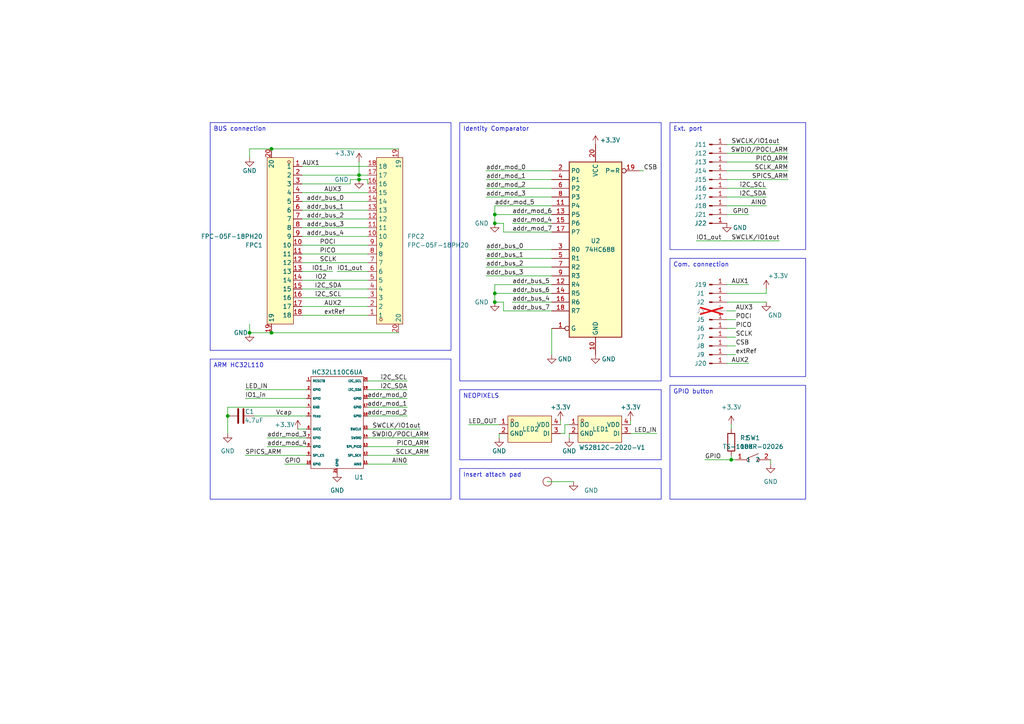
<source format=kicad_sch>
(kicad_sch (version 20231120) (generator "eeschema") (generator_version "8.0")
  (paper "A4")
  (title_block (title "Communication Module") (date "2023-12-27") (rev "1.0") (company "Aightech"))
  (lib_symbols
    (symbol "00_custom:HC32L110C6UA"
      (property "Reference" "U1" (at 7.62 5.08 0))
      (property "Value" "HC32L110C6UA" (at 7.62 2.54 0))
      (symbol "HC32L110C6UA_0_1"
        (rectangle (start 0 0) (end 15.24 -26.67))
      )
      (symbol "HC32L110C6UA_1_1"
        (pin input line (at -1.27 -1.27 0) (length 1.27) (name "P00") (number "1") (alternate "GPIO" input line) (alternate "RESETB" input line))
        (pin input line (at -1.27 -25.4 0) (length 1.27) (name "P23") (number "10") (alternate "GPIO" input line))
        (pin input line (at 16.51 -25.4 180) (length 1.27) (name "P24") (number "11") (alternate "AIN0" input line) (alternate "GPIO" input line) (alternate "SPI_PICO" input line))
        (pin input line (at 16.51 -22.86 180) (length 1.27) (name "P25") (number "12") (alternate "GPIO" input line) (alternate "I2C_SDA" input line) (alternate "SPI_SCK" input line))
        (pin input line (at 16.51 -20.32 180) (length 1.27) (name "P26") (number "13") (alternate "GPIO" input line) (alternate "I2C_SCL" input line) (alternate "SPI_PICO" input line))
        (pin input line (at 16.51 -17.78 180) (length 1.27) (name "P27") (number "14") (alternate "GPIO" input line) (alternate "SWDIO" input line))
        (pin input line (at 16.51 -15.24 180) (length 1.27) (name "P31") (number "15") (alternate "GPIO" input line) (alternate "SWCLK" input line))
        (pin input line (at 16.51 -11.43 180) (length 1.27) (name "P32") (number "16") (alternate "GPIO" input line))
        (pin input line (at 16.51 -8.89 180) (length 1.27) (name "P33") (number "17") (alternate "GPIO" input line))
        (pin input line (at 16.51 -6.35 180) (length 1.27) (name "P34") (number "18") (alternate "GPIO" input line))
        (pin input line (at 16.51 -3.81 180) (length 1.27) (name "P35") (number "19") (alternate "GPIO" input line) (alternate "I2C_SDA" input line))
        (pin input line (at -1.27 -3.81 0) (length 1.27) (name "P01") (number "2") (alternate "GPIO" input line) (alternate "I2C_SDA" input line) (alternate "SPI_SCK" input line))
        (pin input line (at 16.51 -1.27 180) (length 1.27) (name "P36") (number "20") (alternate "GPIO" input line) (alternate "I2C_SCL" input line) (alternate "SPI_PICO" input line))
        (pin input line (at 7.62 -27.94 90) (length 1.27) (name "EPAD") (number "21") (alternate "GPIO" input line) (alternate "RESETB" input line))
        (pin input line (at -1.27 -6.35 0) (length 1.27) (name "P02") (number "3") (alternate "GPIO" input line) (alternate "I2C_SCL" input line) (alternate "SPI_CS" input line))
        (pin power_in line (at -1.27 -8.89 0) (length 1.27) (name "AVSS") (number "4") (alternate "GND" power_in line))
        (pin input line (at -1.27 -11.43 0) (length 1.27) (name "Vcap") (number "5"))
        (pin power_in line (at -1.27 -15.24 0) (length 1.27) (name "AVCC") (number "6"))
        (pin input line (at -1.27 -17.78 0) (length 1.27) (name "P03") (number "7") (alternate "GPIO" input line) (alternate "SPI_CS" input line))
        (pin input line (at -1.27 -20.32 0) (length 1.27) (name "P15") (number "8") (alternate "GPIO" input line) (alternate "I2C_SDA" input line) (alternate "SPI_SCK" input line))
        (pin input line (at -1.27 -22.86 0) (length 1.27) (name "P14") (number "9") (alternate "GPIO" input line) (alternate "I2C_SCL" input line) (alternate "SPI_CS" input line))
      )
    )
    (symbol "00_custom:smd_insert" (pin_numbers hide) (pin_names (offset 0) hide)
      (symbol "smd_insert_0_1"
        (circle (center 0 0) (radius 1.27))
      )
      (symbol "smd_insert_1_1"
        (pin power_in line (at 0 0 180) (length 0) (name "conn") (number "1"))
      )
    )
    (symbol "00_lcsc:FPC-05F-18PH20"
      (property "Reference" "FPC" (at 0 31.75 0))
      (property "Value" "FPC-05F-18PH20" (at 0 -31.75 0))
      (symbol "FPC-05F-18PH20_0_1"
        (rectangle (start -2.54 24.13) (end 5.08 -24.13) (fill (type background)))
        (circle (center -1.27 22.86) (radius 0.38))
        (pin unspecified line (at -5.08 21.59 0) (length 2.54) (name "1") (number "1"))
        (pin unspecified line (at -5.08 -1.27 0) (length 2.54) (name "10") (number "10"))
        (pin unspecified line (at -5.08 -3.81 0) (length 2.54) (name "11") (number "11"))
        (pin unspecified line (at -5.08 -6.35 0) (length 2.54) (name "12") (number "12"))
        (pin unspecified line (at -5.08 -8.89 0) (length 2.54) (name "13") (number "13"))
        (pin unspecified line (at -5.08 -11.43 0) (length 2.54) (name "14") (number "14"))
        (pin unspecified line (at -5.08 -13.97 0) (length 2.54) (name "15") (number "15"))
        (pin unspecified line (at -5.08 -16.51 0) (length 2.54) (name "16") (number "16"))
        (pin unspecified line (at -5.08 -19.05 0) (length 2.54) (name "17") (number "17"))
        (pin unspecified line (at -5.08 -21.59 0) (length 2.54) (name "18") (number "18"))
        (pin unspecified line (at 3.81 -26.67 90) (length 2.54) (name "19") (number "19"))
        (pin unspecified line (at -5.08 19.05 0) (length 2.54) (name "2") (number "2"))
        (pin unspecified line (at 3.81 26.67 270) (length 2.54) (name "20") (number "20"))
        (pin unspecified line (at -5.08 16.51 0) (length 2.54) (name "3") (number "3"))
        (pin unspecified line (at -5.08 13.97 0) (length 2.54) (name "4") (number "4"))
        (pin unspecified line (at -5.08 11.43 0) (length 2.54) (name "5") (number "5"))
        (pin unspecified line (at -5.08 8.89 0) (length 2.54) (name "6") (number "6"))
        (pin unspecified line (at -5.08 6.35 0) (length 2.54) (name "7") (number "7"))
        (pin unspecified line (at -5.08 3.81 0) (length 2.54) (name "8") (number "8"))
        (pin unspecified line (at -5.08 1.27 0) (length 2.54) (name "9") (number "9"))
      )
    )
    (symbol "00_lcsc:TS-1088R-02026"
      (property "Reference" "SW" (at 0 5.08 0))
      (property "Value" "TS-1088R-02026" (at 0 -5.08 0))
      (symbol "TS-1088R-02026_0_1"
        (circle (center -1.52 0) (radius 0.38))
        (polyline (pts (xy -2.03 0) (xy -2.54 0)))
        (polyline (pts (xy -1.52 0.51) (xy 1.52 1.78)))
        (polyline (pts (xy 2.03 0) (xy 2.54 0)))
        (circle (center 1.52 0) (radius 0.38))
        (pin unspecified line (at -5.08 0 0) (length 2.54) (name "1") (number "1"))
        (pin unspecified line (at 5.08 0 180) (length 2.54) (name "2") (number "2"))
      )
    )
    (symbol "00_lcsc:WS2812C-2020-V1"
      (property "Reference" "LED" (at 0 7.62 0))
      (property "Value" "WS2812C-2020-V1" (at 0 -5.08 0))
      (symbol "WS2812C-2020-V1_0_1"
        (rectangle (start -7.62 5.08) (end 5.08 -2.54) (fill (type background)))
        (circle (center -6.35 3.81) (radius 0.38))
        (pin unspecified line (at -10.16 2.54 0) (length 2.54) (name "DO") (number "1"))
        (pin unspecified line (at -10.16 0 0) (length 2.54) (name "GND") (number "2"))
        (pin unspecified line (at 7.62 0 180) (length 2.54) (name "DI") (number "3"))
        (pin unspecified line (at 7.62 2.54 180) (length 2.54) (name "VDD") (number "4"))
      )
    )
    (symbol "74xx:74HC688"
      (property "Reference" "U" (at -7.62 26.67 0))
      (property "Value" "74HC688" (at -7.62 -26.67 0))
      (symbol "74HC688_1_0"
        (pin input inverted (at -12.7 -22.86 0) (length 5.08) (name "G") (number "1"))
        (pin power_in line (at 0 -30.48 90) (length 5.08) (name "GND") (number "10"))
        (pin input line (at -12.7 12.7 0) (length 5.08) (name "P4") (number "11"))
        (pin input line (at -12.7 -10.16 0) (length 5.08) (name "R4") (number "12"))
        (pin input line (at -12.7 10.16 0) (length 5.08) (name "P5") (number "13"))
        (pin input line (at -12.7 -12.7 0) (length 5.08) (name "R5") (number "14"))
        (pin input line (at -12.7 7.62 0) (length 5.08) (name "P6") (number "15"))
        (pin input line (at -12.7 -15.24 0) (length 5.08) (name "R6") (number "16"))
        (pin input line (at -12.7 5.08 0) (length 5.08) (name "P7") (number "17"))
        (pin input line (at -12.7 -17.78 0) (length 5.08) (name "R7") (number "18"))
        (pin output inverted (at 12.7 22.86 180) (length 5.08) (name "P=R") (number "19"))
        (pin input line (at -12.7 22.86 0) (length 5.08) (name "P0") (number "2"))
        (pin power_in line (at 0 30.48 270) (length 5.08) (name "VCC") (number "20"))
        (pin input line (at -12.7 0 0) (length 5.08) (name "R0") (number "3"))
        (pin input line (at -12.7 20.32 0) (length 5.08) (name "P1") (number "4"))
        (pin input line (at -12.7 -2.54 0) (length 5.08) (name "R1") (number "5"))
        (pin input line (at -12.7 17.78 0) (length 5.08) (name "P2") (number "6"))
        (pin input line (at -12.7 -5.08 0) (length 5.08) (name "R2") (number "7"))
        (pin input line (at -12.7 15.24 0) (length 5.08) (name "P3") (number "8"))
        (pin input line (at -12.7 -7.62 0) (length 5.08) (name "R3") (number "9"))
      )
      (symbol "74HC688_1_1"
        (rectangle (start -7.62 25.4) (end 7.62 -25.4) (stroke (width 0.254)) (fill (type background)))
      )
    )
    (symbol "Connector:Conn_01x01_Pin" (pin_names (offset 1.016) hide)
      (property "Reference" "J" (at 0 2.54 0))
      (property "Value" "Conn_01x01_Pin" (at 0 -2.54 0))
      (symbol "Conn_01x01_Pin_1_1"
        (polyline (pts (xy 1.27 0) (xy 0.8636 0)) (stroke (width 0.1524)))
        (rectangle (start 0.8636 0.127) (end 0 -0.127) (stroke (width 0.1524)) (fill (type outline)))
        (pin passive line (at 5.08 0 180) (length 3.81) (name "Pin_1") (number "1"))
      )
    )
    (symbol "Device:C" (pin_numbers hide) (pin_names (offset 0.254))
      (property "Reference" "C" (at 0.635 2.54 0))
      (property "Value" "C" (at 0.635 -2.54 0))
      (symbol "C_0_1"
        (polyline (pts (xy -2.032 -0.762) (xy 2.032 -0.762)) (stroke (width 0.508)))
        (polyline (pts (xy -2.032 0.762) (xy 2.032 0.762)) (stroke (width 0.508)))
      )
      (symbol "C_1_1"
        (pin passive line (at 0 3.81 270) (length 2.794) (name "~") (number "1"))
        (pin passive line (at 0 -3.81 90) (length 2.794) (name "~") (number "2"))
      )
    )
    (symbol "Device:R" (pin_numbers hide) (pin_names (offset 0))
      (property "Reference" "R" (at 2.032 0 90))
      (property "Value" "R" (at 0 0 90))
      (symbol "R_0_1"
        (rectangle (start -1.016 -2.54) (end 1.016 2.54) (stroke (width 0.254)))
      )
      (symbol "R_1_1"
        (pin passive line (at 0 3.81 270) (length 1.27) (name "~") (number "1"))
        (pin passive line (at 0 -3.81 90) (length 1.27) (name "~") (number "2"))
      )
    )
    (symbol "power:+3.3V" (power) (pin_names (offset 0))
      (property "Value" "+3.3V" (at 0 3.556 0))
      (symbol "+3.3V_0_1"
        (polyline (pts (xy -0.762 1.27) (xy 0 2.54)))
        (polyline (pts (xy 0 0) (xy 0 2.54)))
        (polyline (pts (xy 0 2.54) (xy 0.762 1.27)))
      )
      (symbol "+3.3V_1_1"
        (pin power_in line (at 0 0 90) (length 0) hide (name "+3.3V") (number "1"))
      )
    )
    (symbol "power:GND" (power) (pin_names (offset 0))
      (property "Value" "GND" (at 0 -3.81 0))
      (symbol "GND_0_1"
        (polyline (pts (xy 0 0) (xy 0 -1.27) (xy 1.27 -1.27) (xy 0 -2.54) (xy -1.27 -1.27) (xy 0 -1.27)))
      )
      (symbol "GND_1_1"
        (pin power_in line (at 0 0 270) (length 0) hide (name "GND") (number "1"))
      )
    )
  )
  (junction (at 66.04 120.65))
  (junction (at 143.51 87.63))
  (junction (at 104.14 50.8))
  (junction (at 104.14 52.07))
  (junction (at 143.51 64.77))
  (junction (at 143.51 62.23))
  (junction (at 212.09 133.35))
  (junction (at 78.74 96.52))
  (junction (at 78.74 43.18))
  (junction (at 143.51 85.09))
  (junction (at 72.39 96.52))
  (wire (pts (xy 166.37 139.7) (xy 158.75 139.7)))
  (wire (pts (xy 72.39 93.98) (xy 72.39 96.52)))
  (wire (pts (xy 87.63 91.44) (xy 106.68 91.44)))
  (wire (pts (xy 87.63 55.88) (xy 106.68 55.88)))
  (wire (pts (xy 118.11 115.57) (xy 106.68 115.57)))
  (wire (pts (xy 104.14 46.99) (xy 104.14 50.8)))
  (wire (pts (xy 87.63 58.42) (xy 106.68 58.42)))
  (wire (pts (xy 148.59 64.77) (xy 160.02 64.77)))
  (wire (pts (xy 148.59 87.63) (xy 160.02 87.63)))
  (wire (pts (xy 210.82 49.53) (xy 228.6 49.53)))
  (wire (pts (xy 190.5 125.73) (xy 182.88 125.73)))
  (wire (pts (xy 106.68 129.54) (xy 124.46 129.54)))
  (wire (pts (xy 106.68 134.62) (xy 118.11 134.62)))
  (wire (pts (xy 104.14 52.07) (xy 106.68 52.07)))
  (wire (pts (xy 210.82 46.99) (xy 228.6 46.99)))
  (wire (pts (xy 118.11 118.11) (xy 106.68 118.11)))
  (wire (pts (xy 163.83 123.19) (xy 165.1 123.19)))
  (wire (pts (xy 72.39 96.52) (xy 78.74 96.52)))
  (wire (pts (xy 140.97 77.47) (xy 160.02 77.47)))
  (wire (pts (xy 162.56 123.19) (xy 162.56 121.92)))
  (wire (pts (xy 101.6 52.07) (xy 101.6 53.34)))
  (wire (pts (xy 143.51 62.23) (xy 160.02 62.23)))
  (wire (pts (xy 87.63 68.58) (xy 106.68 68.58)))
  (wire (pts (xy 210.82 87.63) (xy 222.25 87.63)))
  (wire (pts (xy 73.66 120.65) (xy 88.9 120.65)))
  (wire (pts (xy 77.47 129.54) (xy 88.9 129.54)))
  (wire (pts (xy 163.83 125.73) (xy 162.56 125.73)))
  (wire (pts (xy 101.6 52.07) (xy 104.14 52.07)))
  (wire (pts (xy 86.36 124.46) (xy 88.9 124.46)))
  (wire (pts (xy 222.25 83.82) (xy 222.25 85.09)))
  (wire (pts (xy 72.39 45.72) (xy 72.39 43.18)))
  (wire (pts (xy 106.68 124.46) (xy 121.92 124.46)))
  (wire (pts (xy 165.1 125.73) (xy 165.1 127)))
  (wire (pts (xy 77.47 127) (xy 88.9 127)))
  (wire (pts (xy 210.82 57.15) (xy 222.25 57.15)))
  (wire (pts (xy 87.63 60.96) (xy 106.68 60.96)))
  (wire (pts (xy 143.51 85.09) (xy 160.02 85.09)))
  (wire (pts (xy 87.63 86.36) (xy 106.68 86.36)))
  (wire (pts (xy 87.63 76.2) (xy 106.68 76.2)))
  (wire (pts (xy 87.63 48.26) (xy 106.68 48.26)))
  (wire (pts (xy 106.68 127) (xy 124.46 127)))
  (wire (pts (xy 88.9 115.57) (xy 71.12 115.57)))
  (wire (pts (xy 212.09 133.35) (xy 204.47 133.35)))
  (wire (pts (xy 210.82 44.45) (xy 228.6 44.45)))
  (wire (pts (xy 87.63 83.82) (xy 106.68 83.82)))
  (wire (pts (xy 210.82 62.23) (xy 217.17 62.23)))
  (wire (pts (xy 143.51 82.55) (xy 143.51 85.09)))
  (wire (pts (xy 182.88 121.92) (xy 182.88 123.19)))
  (wire (pts (xy 140.97 57.15) (xy 160.02 57.15)))
  (wire (pts (xy 78.74 96.52) (xy 115.57 96.52)))
  (wire (pts (xy 140.97 49.53) (xy 160.02 49.53)))
  (wire (pts (xy 87.63 66.04) (xy 106.68 66.04)))
  (wire (pts (xy 106.68 78.74) (xy 97.79 78.74)))
  (wire (pts (xy 106.68 50.8) (xy 104.14 50.8)))
  (wire (pts (xy 140.97 72.39) (xy 160.02 72.39)))
  (wire (pts (xy 210.82 54.61) (xy 222.25 54.61)))
  (wire (pts (xy 160.02 102.87) (xy 160.02 95.25)))
  (wire (pts (xy 88.9 113.03) (xy 71.12 113.03)))
  (wire (pts (xy 106.68 110.49) (xy 118.11 110.49)))
  (wire (pts (xy 140.97 80.01) (xy 160.02 80.01)))
  (wire (pts (xy 78.74 43.18) (xy 115.57 43.18)))
  (wire (pts (xy 143.51 62.23) (xy 143.51 64.77)))
  (wire (pts (xy 143.51 59.69) (xy 160.02 59.69)))
  (wire (pts (xy 212.09 123.19) (xy 212.09 124.46)))
  (wire (pts (xy 210.82 100.33) (xy 213.36 100.33)))
  (wire (pts (xy 140.97 74.93) (xy 160.02 74.93)))
  (wire (pts (xy 88.9 134.62) (xy 82.55 134.62)))
  (wire (pts (xy 88.9 118.11) (xy 66.04 118.11)))
  (wire (pts (xy 143.51 82.55) (xy 160.02 82.55)))
  (wire (pts (xy 66.04 118.11) (xy 66.04 120.65)))
  (wire (pts (xy 101.6 53.34) (xy 87.63 53.34)))
  (wire (pts (xy 210.82 95.25) (xy 213.36 95.25)))
  (wire (pts (xy 87.63 88.9) (xy 106.68 88.9)))
  (wire (pts (xy 106.68 132.08) (xy 124.46 132.08)))
  (wire (pts (xy 143.51 64.77) (xy 146.05 64.77)))
  (wire (pts (xy 210.82 97.79) (xy 213.36 97.79)))
  (wire (pts (xy 210.82 92.71) (xy 213.36 92.71)))
  (wire (pts (xy 210.82 82.55) (xy 217.17 82.55)))
  (wire (pts (xy 106.68 52.07) (xy 106.68 53.34)))
  (wire (pts (xy 87.63 73.66) (xy 106.68 73.66)))
  (wire (pts (xy 72.39 43.18) (xy 78.74 43.18)))
  (wire (pts (xy 163.83 125.73) (xy 163.83 123.19)))
  (wire (pts (xy 212.09 132.08) (xy 212.09 133.35)))
  (wire (pts (xy 210.82 90.17) (xy 213.36 90.17)))
  (wire (pts (xy 223.52 133.35) (xy 223.52 134.62)))
  (wire (pts (xy 140.97 52.07) (xy 160.02 52.07)))
  (wire (pts (xy 144.78 125.73) (xy 144.78 127)))
  (wire (pts (xy 201.93 69.85) (xy 226.06 69.85)))
  (wire (pts (xy 106.68 113.03) (xy 118.11 113.03)))
  (wire (pts (xy 210.82 59.69) (xy 222.25 59.69)))
  (wire (pts (xy 210.82 52.07) (xy 228.6 52.07)))
  (wire (pts (xy 210.82 105.41) (xy 217.17 105.41)))
  (wire (pts (xy 87.63 81.28) (xy 106.68 81.28)))
  (wire (pts (xy 118.11 120.65) (xy 106.68 120.65)))
  (wire (pts (xy 210.82 85.09) (xy 222.25 85.09)))
  (wire (pts (xy 135.89 123.19) (xy 144.78 123.19)))
  (wire (pts (xy 146.05 67.31) (xy 160.02 67.31)))
  (wire (pts (xy 87.63 71.12) (xy 106.68 71.12)))
  (wire (pts (xy 88.9 132.08) (xy 71.12 132.08)))
  (wire (pts (xy 146.05 67.31) (xy 146.05 64.77)))
  (wire (pts (xy 213.36 133.35) (xy 212.09 133.35)))
  (wire (pts (xy 87.63 50.8) (xy 104.14 50.8)))
  (wire (pts (xy 87.63 78.74) (xy 96.52 78.74)))
  (wire (pts (xy 140.97 54.61) (xy 160.02 54.61)))
  (wire (pts (xy 87.63 63.5) (xy 106.68 63.5)))
  (wire (pts (xy 143.51 87.63) (xy 146.05 87.63)))
  (wire (pts (xy 66.04 120.65) (xy 66.04 125.73)))
  (wire (pts (xy 146.05 90.17) (xy 160.02 90.17)))
  (wire (pts (xy 210.82 102.87) (xy 213.36 102.87)))
  (wire (pts (xy 185.42 49.53) (xy 186.69 49.53)))
  (wire (pts (xy 143.51 85.09) (xy 143.51 87.63)))
  (wire (pts (xy 146.05 90.17) (xy 146.05 87.63)))
  (wire (pts (xy 210.82 41.91) (xy 226.06 41.91)))
  (wire (pts (xy 143.51 59.69) (xy 143.51 62.23)))
  (text_box "ARM HC32L110" (at 60.96 104.14 0) (size 69.85 40.64) (effects (font (size 1.27 1.27)) (justify left top)))
  (text_box "Insert attach pad" (at 133.35 135.89 0) (size 58.42 8.89) (effects (font (size 1.27 1.27)) (justify left top)))
  (text_box "NEOPIXELS" (at 133.35 113.03 0) (size 58.42 20.32) (effects (font (size 1.27 1.27)) (justify left top)))
  (text_box "Identity Comparator" (at 133.35 35.56 0) (size 58.42 74.93) (effects (font (size 1.27 1.27)) (justify left top)))
  (text_box "Com. connection" (at 194.31 74.93 0) (size 39.37 34.29) (effects (font (size 1.27 1.27)) (justify left top)))
  (text_box "GPIO button" (at 194.31 111.76 0) (size 39.37 33.02) (effects (font (size 1.27 1.27)) (justify left top)))
  (text_box "BUS connection" (at 60.96 35.56 0) (size 69.85 66.04) (effects (font (size 1.27 1.27)) (justify left top)))
  (text_box "Ext. port" (at 194.31 35.56 0) (size 39.37 36.83) (effects (font (size 1.27 1.27)) (justify left top)))
  (label "CSB" (at 186.69 49.53 0))
  (label "addr_bus_2" (at 88.9 63.5 0))
  (label "AUX2" (at 99.06 88.9 180))
  (label "SCLK_ARM" (at 228.6 49.53 180))
  (label "SWDIO{slash}POCI_ARM" (at 228.6 44.45 180))
  (label "GPIO" (at 82.55 134.62 0))
  (label "addr_bus_3" (at 140.97 80.01 0))
  (label "addr_mod_1" (at 140.97 52.07 0))
  (label "I2C_SDA" (at 118.11 113.03 180))
  (label "addr_mod_4" (at 148.59 64.77 0))
  (label "AUX1" (at 92.71 48.26 180))
  (label "SCLK_ARM" (at 124.46 132.08 180))
  (label "SWCLK{slash}IO1out" (at 226.06 69.85 180))
  (label "IO1_in" (at 96.52 78.74 180))
  (label "addr_bus_6" (at 148.59 85.09 0))
  (label "I2C_SDA" (at 222.25 57.15 180))
  (label "addr_bus_1" (at 140.97 74.93 0))
  (label "AUX2" (at 217.17 105.41 180))
  (label "i2C_SCL" (at 99.06 86.36 180))
  (label "addr_mod_2" (at 118.11 120.65 180))
  (label "addr_mod_6" (at 148.59 62.23 0))
  (label "SPICS_ARM" (at 71.12 132.08 0))
  (label "addr_mod_5" (at 143.51 59.69 0))
  (label "SCLK" (at 213.36 97.79 0))
  (label "SPICS_ARM" (at 228.6 52.07 180))
  (label "addr_mod_7" (at 148.59 67.31 0))
  (label "extRef" (at 93.98 91.44 0))
  (label "addr_mod_1" (at 118.11 118.11 180))
  (label "GPIO" (at 204.47 133.35 0))
  (label "AUX3" (at 213.36 90.17 0))
  (label "addr_bus_7" (at 148.59 90.17 0))
  (label "i2C_SCL" (at 222.25 54.61 180))
  (label "addr_bus_4" (at 88.9 68.58 0))
  (label "addr_bus_2" (at 140.97 77.47 0))
  (label "CSB" (at 213.36 100.33 0))
  (label "extRef" (at 213.36 102.87 0))
  (label "GPIO" (at 217.17 62.23 180))
  (label "IO1_in" (at 71.12 115.57 0))
  (label "SCLK" (at 92.71 76.2 0))
  (label "PICO_ARM" (at 124.46 129.54 180))
  (label "AIN0" (at 118.11 134.62 180))
  (label "PICO" (at 213.36 95.25 0))
  (label "PICO_ARM" (at 228.6 46.99 180))
  (label "SWCLK{slash}IO1out" (at 121.92 124.46 180))
  (label "addr_bus_0" (at 140.97 72.39 0))
  (label "IO1_out" (at 201.93 69.85 0))
  (label "AIN0" (at 222.25 59.69 180))
  (label "LED_IN" (at 190.5 125.73 180))
  (label "addr_bus_1" (at 88.9 60.96 0))
  (label "i2C_SCL" (at 118.11 110.49 180))
  (label "addr_mod_0" (at 140.97 49.53 0))
  (label "addr_bus_5" (at 148.59 82.55 0))
  (label "I2C_SDA" (at 99.06 83.82 180))
  (label "Vcap" (at 80.01 120.65 0))
  (label "IO2" (at 91.44 81.28 0))
  (label "LED_IN" (at 71.12 113.03 0))
  (label "SWDIO{slash}POCI_ARM" (at 124.46 127 180))
  (label "addr_mod_3" (at 140.97 57.15 0))
  (label "addr_mod_0" (at 118.11 115.57 180))
  (label "PICO" (at 92.71 73.66 0))
  (label "AUX3" (at 99.06 55.88 180))
  (label "POCI" (at 92.71 71.12 0))
  (label "addr_bus_4" (at 148.59 87.63 0))
  (label "addr_mod_3" (at 77.47 127 0))
  (label "addr_mod_2" (at 140.97 54.61 0))
  (label "addr_mod_4" (at 77.47 129.54 0))
  (label "addr_bus_0" (at 88.9 58.42 0))
  (label "AUX1" (at 217.17 82.55 180))
  (label "addr_bus_3" (at 88.9 66.04 0))
  (label "IO1_out" (at 97.79 78.74 0))
  (label "LED_OUT" (at 135.89 123.19 0))
  (label "POCI" (at 213.36 92.71 0))
  (label "SWCLK{slash}IO1out" (at 226.06 41.91 180))
  (symbol (lib_id "Connector:Conn_01x01_Pin") (at 205.74 46.99 0) (unit 1) (in_bom no)
    (property "Reference" "J13" (at 203.2 46.99 0))
    (property "Value" "Conn_01x01_Pin" (effects (hide yes)))
    (property "Footprint" "Connector_PinHeader_1.27mm:PinHeader_1x01_P1.27mm_Vertical" (effects (hide yes)))
  )
  (symbol (lib_id "Connector:Conn_01x01_Pin") (at 205.74 90.17 0) (unit 1) (in_bom no) (dnp yes)
    (property "Reference" "J3" (at 203.2 90.17 0))
    (property "Value" "Conn_01x01_Pin" (effects (hide yes)))
    (property "Footprint" "Connector_PinHeader_1.27mm:PinHeader_1x01_P1.27mm_Vertical" (effects (hide yes)))
  )
  (symbol (lib_id "power:GND") (at 165.1 127 0) (unit 1)
    (property "Reference" "#PWR02" (effects (hide yes)))
    (property "Value" "GND" (at 165.1 130.81 0))
  )
  (symbol (lib_id "power:+3.3V") (at 212.09 123.19 0) (unit 1)
    (property "Reference" "#PWR015" (effects (hide yes)))
    (property "Value" "+3.3V" (at 212.09 118.11 0))
  )
  (symbol (lib_id "power:GND") (at 72.39 96.52 0) (unit 1)
    (property "Reference" "#PWR020" (effects (hide yes)))
    (property "Value" "GND" (at 69.85 96.52 0))
  )
  (symbol (lib_id "Device:R") (at 212.09 128.27 0) (unit 1)
    (property "Reference" "R1" (at 214.63 127 0) (effects (justify left)))
    (property "Value" "10K" (at 214.63 129.54 0) (effects (justify left)))
    (property "Footprint" "Resistor_SMD:R_0402_1005Metric" (effects (hide yes)))
    (property "LCSC" "C25744" (effects (hide yes)))
  )
  (symbol (lib_id "Connector:Conn_01x01_Pin") (at 205.74 97.79 0) (unit 1) (in_bom no)
    (property "Reference" "J7" (at 203.2 97.79 0))
    (property "Value" "Conn_01x01_Pin" (effects (hide yes)))
    (property "Footprint" "Connector_PinHeader_1.27mm:PinHeader_1x01_P1.27mm_Vertical" (effects (hide yes)))
  )
  (symbol (lib_id "00_lcsc:FPC-05F-18PH20") (at 111.76 69.85 0) (mirror x) (unit 1)
    (property "Reference" "FPC2" (at 118.11 68.5799 0) (effects (justify left)))
    (property "Value" "FPC-05F-18PH20" (at 118.11 71.1199 0) (effects (justify left)))
    (property "Footprint" "00_lcsc:FPC-SMD_18P-P0.50_FPC-05F-18PH20" (effects (hide yes)))
    (property "LCSC Part" "C2856802" (effects (hide yes)))
  )
  (symbol (lib_id "74xx:74HC688") (at 172.72 72.39 0) (unit 1)
    (property "Reference" "U2" (at 172.72 69.85 0))
    (property "Value" "74HC688" (at 173.99 72.39 0))
    (property "Footprint" "digikey-footprints:TSSOP-20_W4.4mm" (effects (hide yes)))
    (property "Datasheet" "https://www.ti.com/lit/ds/symlink/cd54hc688.pdf" (effects (hide yes)))
    (property "LCSC" "C132045" (effects (hide yes)))
  )
  (symbol (lib_id "power:GND") (at 160.02 102.87 0) (unit 1)
    (property "Reference" "#PWR011" (effects (hide yes)))
    (property "Value" "GND" (at 163.83 104.14 0))
  )
  (symbol (lib_id "Connector:Conn_01x01_Pin") (at 205.74 85.09 0) (unit 1) (in_bom no)
    (property "Reference" "J1" (at 203.2 85.09 0))
    (property "Value" "Conn_01x01_Pin" (effects (hide yes)))
    (property "Footprint" "Connector_PinHeader_1.27mm:PinHeader_1x01_P1.27mm_Vertical" (effects (hide yes)))
  )
  (symbol (lib_id "power:+3.3V") (at 222.25 83.82 0) (mirror y) (unit 1)
    (property "Reference" "#PWR08" (effects (hide yes)))
    (property "Value" "+3.3V" (at 228.6 80.01 0) (effects (justify left)))
  )
  (symbol (lib_id "Connector:Conn_01x01_Pin") (at 205.74 62.23 0) (unit 1) (in_bom no)
    (property "Reference" "J21" (at 203.2 62.23 0))
    (property "Value" "Conn_01x01_Pin" (effects (hide yes)))
    (property "Footprint" "Connector_PinHeader_1.27mm:PinHeader_1x01_P1.27mm_Vertical" (effects (hide yes)))
  )
  (symbol (lib_id "00_custom:HC32L110C6UA") (at 90.17 109.22 0) (unit 1)
    (property "Reference" "U1" (at 104.14 138.43 0))
    (property "Value" "HC32L110C6UA" (at 97.79 107.95 0))
    (property "Footprint" "00_Custom:QFN-20-1EP_3x3mm_P0.4mm_EP1.4x1.4mm" (effects (hide yes)))
    (property "Datasheet" "https://datasheet.lcsc.com/lcsc/2206131716_XHSC-HC32L110B6YA-CSP16TR_C840729.pdf" (effects (hide yes)))
    (property "LCSC" "C493490" (effects (hide yes)))
    (pin "1" (alternate "RESETB"))
    (pin "10" (alternate "GPIO"))
    (pin "11" (alternate "AIN0"))
    (pin "12" (alternate "SPI_SCK"))
    (pin "13" (alternate "SPI_PICO"))
    (pin "14" (alternate "SWDIO"))
    (pin "15" (alternate "SWCLK"))
    (pin "16" (alternate "GPIO"))
    (pin "17" (alternate "GPIO"))
    (pin "18" (alternate "GPIO"))
    (pin "19" (alternate "I2C_SDA"))
    (pin "2" (alternate "GPIO"))
    (pin "20" (alternate "I2C_SCL"))
    (pin "21" (alternate "GPIO"))
    (pin "3" (alternate "GPIO"))
    (pin "4" (alternate "GND"))
    (pin "7" (alternate "GPIO"))
    (pin "8" (alternate "GPIO"))
    (pin "9" (alternate "SPI_CS"))
  )
  (symbol (lib_id "00_lcsc:WS2812C-2020-V1") (at 175.26 125.73 0) (unit 1)
    (property "Reference" "LED1" (at 174.244 124.46 0))
    (property "Value" "WS2812C-2020-V1" (at 177.546 129.794 0))
    (property "Footprint" "00_lcsc:LED-SMD_4P-L2.0-W2.0-TL_WS2812B-2020" (effects (hide yes)))
    (property "LCSC Part" "C2976072" (effects (hide yes)))
  )
  (symbol (lib_id "power:GND") (at 144.78 127 0) (unit 1)
    (property "Reference" "#PWR07" (effects (hide yes)))
    (property "Value" "GND" (at 144.78 130.81 0))
  )
  (symbol (lib_id "power:GND") (at 222.25 87.63 0) (mirror y) (unit 1)
    (property "Reference" "#PWR09" (effects (hide yes)))
    (property "Value" "GND" (at 224.79 91.44 0))
  )
  (symbol (lib_id "power:GND") (at 210.82 64.77 0) (unit 1)
    (property "Reference" "#PWR022" (effects (hide yes)))
    (property "Value" "GND" (at 214.63 66.04 0))
  )
  (symbol (lib_id "power:+3.3V") (at 162.56 121.92 0) (unit 1)
    (property "Reference" "#PWR06" (effects (hide yes)))
    (property "Value" "+3.3V" (at 162.56 118.11 0))
  )
  (symbol (lib_id "Connector:Conn_01x01_Pin") (at 205.74 57.15 0) (unit 1) (in_bom no)
    (property "Reference" "J17" (at 203.2 57.15 0))
    (property "Value" "Conn_01x01_Pin" (effects (hide yes)))
    (property "Footprint" "Connector_PinHeader_1.27mm:PinHeader_1x01_P1.27mm_Vertical" (effects (hide yes)))
  )
  (symbol (lib_id "Connector:Conn_01x01_Pin") (at 205.74 41.91 0) (unit 1) (in_bom no)
    (property "Reference" "J11" (at 203.2 41.91 0))
    (property "Value" "Conn_01x01_Pin" (effects (hide yes)))
    (property "Footprint" "Connector_PinHeader_1.27mm:PinHeader_1x01_P1.27mm_Vertical" (effects (hide yes)))
  )
  (symbol (lib_id "power:GND") (at 143.51 64.77 0) (unit 1)
    (property "Reference" "#PWR018" (effects (hide yes)))
    (property "Value" "GND" (at 139.7 64.77 0))
  )
  (symbol (lib_id "power:GND") (at 104.14 52.07 0) (unit 1)
    (property "Reference" "#PWR014" (effects (hide yes)))
    (property "Value" "GND" (at 99.06 52.07 0))
  )
  (symbol (lib_id "Connector:Conn_01x01_Pin") (at 205.74 52.07 0) (unit 1) (in_bom no)
    (property "Reference" "J15" (at 203.2 52.07 0))
    (property "Value" "Conn_01x01_Pin" (effects (hide yes)))
    (property "Footprint" "Connector_PinHeader_1.27mm:PinHeader_1x01_P1.27mm_Vertical" (effects (hide yes)))
  )
  (symbol (lib_id "Connector:Conn_01x01_Pin") (at 205.74 87.63 0) (unit 1) (in_bom no)
    (property "Reference" "J2" (at 203.2 87.63 0))
    (property "Value" "Conn_01x01_Pin" (effects (hide yes)))
    (property "Footprint" "Connector_PinHeader_1.27mm:PinHeader_1x01_P1.27mm_Vertical" (effects (hide yes)))
  )
  (symbol (lib_id "Device:C") (at 69.85 120.65 90) (unit 1)
    (property "Reference" "C1" (at 72.39 119.38 90))
    (property "Value" "4.7uF" (at 73.66 121.92 90))
    (property "Footprint" "Capacitor_SMD:C_0402_1005Metric" (effects (hide yes)))
    (property "LCSC" "C23733" (effects (hide yes)))
  )
  (symbol (lib_id "power:GND") (at 97.79 137.16 0) (unit 1)
    (property "Reference" "#PWR05" (effects (hide yes)))
    (property "Value" "GND" (at 97.79 142.24 0))
  )
  (symbol (lib_id "Connector:Conn_01x01_Pin") (at 205.74 54.61 0) (unit 1) (in_bom no)
    (property "Reference" "J16" (at 203.2 54.61 0))
    (property "Value" "Conn_01x01_Pin" (effects (hide yes)))
    (property "Footprint" "Connector_PinHeader_1.27mm:PinHeader_1x01_P1.27mm_Vertical" (effects (hide yes)))
  )
  (symbol (lib_id "Connector:Conn_01x01_Pin") (at 205.74 95.25 0) (unit 1) (in_bom no)
    (property "Reference" "J6" (at 203.2 95.25 0))
    (property "Value" "Conn_01x01_Pin" (effects (hide yes)))
    (property "Footprint" "Connector_PinHeader_1.27mm:PinHeader_1x01_P1.27mm_Vertical" (effects (hide yes)))
  )
  (symbol (lib_id "Connector:Conn_01x01_Pin") (at 205.74 44.45 0) (unit 1) (in_bom no)
    (property "Reference" "J12" (at 203.2 44.45 0))
    (property "Value" "Conn_01x01_Pin" (effects (hide yes)))
    (property "Footprint" "Connector_PinHeader_1.27mm:PinHeader_1x01_P1.27mm_Vertical" (effects (hide yes)))
  )
  (symbol (lib_id "Connector:Conn_01x01_Pin") (at 205.74 49.53 0) (unit 1) (in_bom no)
    (property "Reference" "J14" (at 203.2 49.53 0))
    (property "Value" "Conn_01x01_Pin" (effects (hide yes)))
    (property "Footprint" "Connector_PinHeader_1.27mm:PinHeader_1x01_P1.27mm_Vertical" (effects (hide yes)))
  )
  (symbol (lib_id "00_lcsc:TS-1088R-02026") (at 218.44 133.35 0) (unit 1)
    (property "Reference" "SW1" (at 218.44 127 0))
    (property "Value" "TS-1088R-02026" (at 218.44 129.54 0))
    (property "Footprint" "00_lcsc:SW-SMD_L3.9-W3.0-P4.45" (effects (hide yes)))
    (property "Datasheet" "https://lcsc.com/product-detail/New-Arrivals_XUNPU-TS-1088R-02026_C455280.html" (effects (hide yes)))
    (property "LCSC Part" "C455280" (effects (hide yes)))
  )
  (symbol (lib_id "power:+3.3V") (at 104.14 46.99 0) (unit 1)
    (property "Reference" "#PWR013" (effects (hide yes)))
    (property "Value" "+3.3V" (at 102.87 44.45 0) (effects (justify right)))
  )
  (symbol (lib_id "Connector:Conn_01x01_Pin") (at 205.74 59.69 0) (unit 1) (in_bom no)
    (property "Reference" "J18" (at 203.2 59.69 0))
    (property "Value" "Conn_01x01_Pin" (effects (hide yes)))
    (property "Footprint" "Connector_PinHeader_1.27mm:PinHeader_1x01_P1.27mm_Vertical" (effects (hide yes)))
  )
  (symbol (lib_id "Connector:Conn_01x01_Pin") (at 205.74 102.87 0) (unit 1) (in_bom no)
    (property "Reference" "J9" (at 203.2 102.87 0))
    (property "Value" "Conn_01x01_Pin" (effects (hide yes)))
    (property "Footprint" "Connector_PinHeader_1.27mm:PinHeader_1x01_P1.27mm_Vertical" (effects (hide yes)))
  )
  (symbol (lib_id "power:GND") (at 143.51 87.63 0) (unit 1)
    (property "Reference" "#PWR021" (effects (hide yes)))
    (property "Value" "GND" (at 139.7 87.63 0))
  )
  (symbol (lib_id "Connector:Conn_01x01_Pin") (at 205.74 64.77 0) (unit 1) (in_bom no)
    (property "Reference" "J22" (at 203.2 64.77 0))
    (property "Value" "Conn_01x01_Pin" (effects (hide yes)))
    (property "Footprint" "Connector_PinHeader_1.27mm:PinHeader_1x01_P1.27mm_Vertical" (effects (hide yes)))
  )
  (symbol (lib_id "Connector:Conn_01x01_Pin") (at 205.74 100.33 0) (unit 1) (in_bom no)
    (property "Reference" "J8" (at 203.2 100.33 0))
    (property "Value" "Conn_01x01_Pin" (effects (hide yes)))
    (property "Footprint" "Connector_PinHeader_1.27mm:PinHeader_1x01_P1.27mm_Vertical" (effects (hide yes)))
  )
  (symbol (lib_id "00_lcsc:FPC-05F-18PH20") (at 82.55 69.85 0) (mirror y) (unit 1)
    (property "Reference" "FPC1" (at 76.2 71.1201 0) (effects (justify left)))
    (property "Value" "FPC-05F-18PH20" (at 76.2 68.5801 0) (effects (justify left)))
    (property "Footprint" "00_lcsc:FPC-SMD_18P-P0.50_FPC-05F-18PH20" (effects (hide yes)))
    (property "LCSC Part" "C2856802" (effects (hide yes)))
  )
  (symbol (lib_id "Connector:Conn_01x01_Pin") (at 205.74 92.71 0) (unit 1) (in_bom no)
    (property "Reference" "J5" (at 203.2 92.71 0))
    (property "Value" "Conn_01x01_Pin" (effects (hide yes)))
    (property "Footprint" "Connector_PinHeader_1.27mm:PinHeader_1x01_P1.27mm_Vertical" (effects (hide yes)))
  )
  (symbol (lib_id "power:GND") (at 223.52 134.62 0) (unit 1)
    (property "Reference" "#PWR016" (effects (hide yes)))
    (property "Value" "GND" (at 223.52 139.7 0))
  )
  (symbol (lib_id "Connector:Conn_01x01_Pin") (at 205.74 82.55 0) (unit 1) (in_bom no)
    (property "Reference" "J19" (at 203.2 82.55 0))
    (property "Value" "Conn_01x01_Pin" (effects (hide yes)))
    (property "Footprint" "Connector_PinHeader_1.27mm:PinHeader_1x01_P1.27mm_Vertical" (effects (hide yes)))
  )
  (symbol (lib_id "power:+3.3V") (at 86.36 124.46 0) (unit 1)
    (property "Reference" "#PWR03" (effects (hide yes)))
    (property "Value" "+3.3V" (at 82.55 123.19 0))
  )
  (symbol (lib_id "power:+3.3V") (at 172.72 41.91 0) (unit 1)
    (property "Reference" "#PWR012" (effects (hide yes)))
    (property "Value" "+3.3V" (at 173.99 40.64 0) (effects (justify left)))
  )
  (symbol (lib_id "00_lcsc:WS2812C-2020-V1") (at 154.94 125.73 0) (unit 1)
    (property "Reference" "LED2" (at 153.924 124.46 0))
    (property "Value" "WS2812C" (effects (hide yes)))
    (property "Footprint" "00_lcsc:LED-SMD_4P-L2.0-W2.0-TL_WS2812B-2020" (effects (hide yes)))
    (property "LCSC Part" "C2976072" (effects (hide yes)))
  )
  (symbol (lib_id "Connector:Conn_01x01_Pin") (at 205.74 105.41 0) (unit 1) (in_bom no)
    (property "Reference" "J20" (at 203.2 105.41 0))
    (property "Value" "Conn_01x01_Pin" (effects (hide yes)))
    (property "Footprint" "Connector_PinHeader_1.27mm:PinHeader_1x01_P1.27mm_Vertical" (effects (hide yes)))
  )
  (symbol (lib_id "power:+3.3V") (at 182.88 121.92 0) (unit 1)
    (property "Reference" "#PWR01" (effects (hide yes)))
    (property "Value" "+3.3V" (at 182.88 118.11 0))
  )
  (symbol (lib_id "power:GND") (at 166.37 139.7 0) (unit 1)
    (property "Reference" "#PWR017" (effects (hide yes)))
    (property "Value" "GND" (at 171.45 142.24 0))
  )
  (symbol (lib_id "power:GND") (at 72.39 45.72 0) (unit 1)
    (property "Reference" "#PWR019" (effects (hide yes)))
    (property "Value" "GND" (at 72.39 49.53 0))
  )
  (symbol (lib_id "00_custom:smd_insert") (at 158.75 139.7 0) (unit 1)
    (property "Reference" "I1" (effects (hide yes)))
    (property "Value" "smd_insert" (effects (hide yes)))
    (property "Footprint" "00_Custom:insert_1.2mm" (effects (hide yes)))
  )
  (symbol (lib_id "power:GND") (at 66.04 125.73 0) (unit 1)
    (property "Reference" "#PWR04" (effects (hide yes)))
    (property "Value" "GND" (at 66.04 130.81 0))
  )
  (symbol (lib_id "power:GND") (at 172.72 102.87 0) (unit 1)
    (property "Reference" "#PWR010" (effects (hide yes)))
    (property "Value" "GND" (at 176.53 104.14 0))
  )
)
</source>
